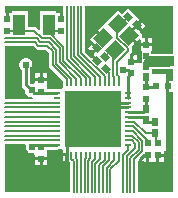
<source format=gtl>
%FSLAX24Y24*%
%MOIN*%
G70*
G01*
G75*
G04 Layer_Physical_Order=1*
G04 Layer_Color=255*
%ADD10R,0.0197X0.0236*%
%ADD11R,0.0394X0.0709*%
%ADD12R,0.0197X0.0256*%
%ADD13R,0.0236X0.0197*%
%ADD14R,0.0400X0.0370*%
G04:AMPARAMS|DCode=15|XSize=47.2mil|YSize=43.3mil|CornerRadius=0mil|HoleSize=0mil|Usage=FLASHONLY|Rotation=225.000|XOffset=0mil|YOffset=0mil|HoleType=Round|Shape=Rectangle|*
%AMROTATEDRECTD15*
4,1,4,0.0014,0.0320,0.0320,0.0014,-0.0014,-0.0320,-0.0320,-0.0014,0.0014,0.0320,0.0*
%
%ADD15ROTATEDRECTD15*%

%ADD16O,0.0256X0.0079*%
%ADD17O,0.0079X0.0256*%
%ADD18R,0.1850X0.1850*%
G04:AMPARAMS|DCode=19|XSize=19.7mil|YSize=23.6mil|CornerRadius=0mil|HoleSize=0mil|Usage=FLASHONLY|Rotation=225.000|XOffset=0mil|YOffset=0mil|HoleType=Round|Shape=Rectangle|*
%AMROTATEDRECTD19*
4,1,4,-0.0014,0.0153,0.0153,-0.0014,0.0014,-0.0153,-0.0153,0.0014,-0.0014,0.0153,0.0*
%
%ADD19ROTATEDRECTD19*%

%ADD20C,0.0060*%
%ADD21C,0.0370*%
%ADD22C,0.0080*%
%ADD23C,0.0090*%
%ADD24C,0.0240*%
%ADD25C,0.0260*%
G36*
X2670Y2169D02*
X2517D01*
X2510Y2170D01*
X1948D01*
Y2269D01*
X1988D01*
Y2437D01*
X1592D01*
Y2269D01*
X1632D01*
Y1982D01*
X1631Y1979D01*
X1626Y1952D01*
X1625Y1924D01*
X1626Y1897D01*
X1626Y1897D01*
D01*
X1597Y1860D01*
X1488D01*
Y1867D01*
X1290D01*
Y1967D01*
X1488D01*
Y2135D01*
X1275D01*
X1256Y2181D01*
X1262Y2188D01*
X1276Y2203D01*
X1286Y2221D01*
X1294Y2240D01*
X1294Y2240D01*
X1294Y2240D01*
Y2240D01*
X1299Y2260D01*
X1300Y2280D01*
Y2360D01*
X1299Y2380D01*
X1295Y2396D01*
X1294Y2400D01*
X1292Y2405D01*
X1410Y2523D01*
X1186Y2746D01*
X1257Y2817D01*
X1481Y2593D01*
X1545Y2658D01*
X1592Y2639D01*
Y2537D01*
X1740D01*
Y2705D01*
X1658D01*
X1639Y2751D01*
X1683Y2796D01*
X1558Y2921D01*
X1578Y2941D01*
X1424Y3095D01*
X1459Y3131D01*
X1424Y3166D01*
X1564Y3306D01*
X1445Y3425D01*
X1167Y3704D01*
X971Y3508D01*
X846Y3633D01*
X372Y3160D01*
Y3160D01*
X170Y2957D01*
X394Y2734D01*
X323Y2663D01*
X99Y2887D01*
X-103Y2684D01*
X22Y2559D01*
X12Y2549D01*
X166Y2395D01*
X131Y2359D01*
X166Y2324D01*
X26Y2184D01*
X56Y2153D01*
X32Y2129D01*
X186Y1975D01*
X115Y1904D01*
X-39Y2058D01*
X-47Y2050D01*
X-250Y2252D01*
Y3770D01*
X2670D01*
Y2169D01*
D02*
G37*
G36*
Y1288D02*
X2547D01*
Y1090D01*
Y892D01*
X2670D01*
Y-2430D01*
X1500D01*
Y-1396D01*
X1595Y-1301D01*
X1642Y-1321D01*
Y-1415D01*
X1790D01*
Y-1197D01*
X1890D01*
Y-1415D01*
X2120D01*
Y-1197D01*
X2170D01*
Y-1147D01*
X2368D01*
Y-1070D01*
X2430D01*
Y892D01*
X2447D01*
Y1090D01*
Y1288D01*
X2430D01*
Y1500D01*
X1990D01*
Y1679D01*
X2510D01*
X2517Y1679D01*
X2670D01*
Y1288D01*
D02*
G37*
G36*
X-1902Y2358D02*
X-1887Y2344D01*
X-1869Y2334D01*
X-1850Y2326D01*
X-1830Y2321D01*
X-1810Y2320D01*
X-1574D01*
X-1470Y2216D01*
Y1800D01*
X-1469Y1780D01*
X-1464Y1760D01*
X-1459Y1749D01*
X-1456Y1741D01*
X-1445Y1724D01*
X-1432Y1708D01*
X-1006Y1282D01*
X-1006Y1280D01*
Y1102D01*
X-1004Y1080D01*
X-999Y1059D01*
X-999Y1059D01*
X-999Y1059D01*
X-998Y1025D01*
X-1025D01*
Y998D01*
X-1059Y999D01*
X-1059Y999D01*
X-1059Y999D01*
X-1080Y1004D01*
X-1102Y1006D01*
X-1152D01*
X-1168Y1010D01*
X-1191Y1012D01*
X-1522D01*
Y1097D01*
Y1265D01*
X-1918D01*
Y1236D01*
X-1952Y1168D01*
X-1959Y1163D01*
X-1982Y1171D01*
X-2011Y1177D01*
X-2040Y1179D01*
X-2048Y1178D01*
X-2084Y1212D01*
Y1653D01*
X-2074Y1662D01*
X-2055Y1684D01*
X-2039Y1708D01*
X-2026Y1734D01*
X-2017Y1761D01*
X-2011Y1789D01*
X-2009Y1818D01*
X-2011Y1847D01*
X-2017Y1875D01*
X-2026Y1902D01*
X-2039Y1928D01*
X-2055Y1952D01*
X-2074Y1974D01*
X-2095Y1993D01*
X-2119Y2009D01*
X-2145Y2022D01*
X-2172Y2031D01*
X-2201Y2037D01*
X-2230Y2039D01*
X-2258Y2037D01*
X-2287Y2031D01*
X-2314Y2022D01*
X-2340Y2009D01*
X-2364Y1993D01*
X-2385Y1974D01*
X-2404Y1952D01*
X-2420Y1928D01*
X-2433Y1902D01*
X-2442Y1875D01*
X-2448Y1847D01*
X-2450Y1818D01*
X-2448Y1789D01*
X-2442Y1761D01*
X-2433Y1734D01*
X-2420Y1708D01*
X-2404Y1684D01*
X-2385Y1662D01*
X-2375Y1653D01*
Y1148D01*
X-2373Y1125D01*
X-2368Y1103D01*
X-2359Y1082D01*
X-2347Y1063D01*
X-2332Y1045D01*
X-2259Y972D01*
X-2260Y958D01*
X-2258Y929D01*
X-2252Y901D01*
X-2243Y874D01*
X-2230Y848D01*
X-2214Y824D01*
X-2195Y802D01*
X-2174Y783D01*
X-2150Y767D01*
X-2124Y754D01*
X-2097Y745D01*
X-2068Y740D01*
X-2040Y738D01*
X-2035Y738D01*
X-2002Y700D01*
X-2006Y680D01*
X-2910D01*
Y2440D01*
X-1984D01*
X-1902Y2358D01*
D02*
G37*
G36*
X-2226Y-878D02*
X-2229Y-891D01*
X-2230Y-920D01*
X-2229Y-949D01*
X-2223Y-977D01*
X-2214Y-1004D01*
X-2201Y-1030D01*
X-2185Y-1054D01*
X-2166Y-1076D01*
X-2144Y-1095D01*
X-2120Y-1111D01*
X-2094Y-1124D01*
X-2067Y-1133D01*
X-2039Y-1139D01*
X-2010Y-1140D01*
X-1981Y-1139D01*
X-1957Y-1134D01*
X-1951Y-1139D01*
X-1918Y-1235D01*
Y-1267D01*
X-1522D01*
Y-1141D01*
Y-1012D01*
X-1181D01*
X-1158Y-1010D01*
X-1142Y-1006D01*
X-1102D01*
X-1080Y-1004D01*
X-1059Y-999D01*
X-1059Y-999D01*
X-1059Y-999D01*
X-1025Y-998D01*
Y-1025D01*
X-998D01*
D01*
X-999Y-1059D01*
X-999Y-1059D01*
X-999Y-1059D01*
X-1004Y-1080D01*
X-1006Y-1102D01*
Y-1141D01*
X-866D01*
Y-1191D01*
X-848D01*
Y-1280D01*
X-847Y-1301D01*
X-842Y-1323D01*
X-838Y-1332D01*
X-837Y-1338D01*
X-833Y-1358D01*
X-825Y-1376D01*
X-816Y-1391D01*
Y-1410D01*
X-805Y-1405D01*
X-801Y-1409D01*
X-760Y-1450D01*
Y-2430D01*
X-2910D01*
Y-839D01*
X-2258D01*
X-2226Y-878D01*
D02*
G37*
G36*
X-990Y3555D02*
X-1000D01*
Y3337D01*
X-1100D01*
Y3555D01*
X-1161D01*
Y3594D01*
X-1755D01*
Y2994D01*
X-1801Y2975D01*
X-1861Y3035D01*
X-1876Y3049D01*
X-1894Y3059D01*
X-1902Y3063D01*
X-1913Y3067D01*
X-1933Y3072D01*
X-1953Y3074D01*
X-2145D01*
Y3594D01*
X-2739D01*
Y3555D01*
X-2800D01*
Y3337D01*
X-2900D01*
Y3555D01*
X-2910D01*
Y3770D01*
X-990D01*
Y3555D01*
D02*
G37*
%LPC*%
G36*
X-1770Y-1367D02*
X-1918D01*
Y-1535D01*
X-1770D01*
Y-1367D01*
D02*
G37*
G36*
X2368Y-1247D02*
X2220D01*
Y-1415D01*
X2368D01*
Y-1247D01*
D02*
G37*
G36*
X-1522Y-1367D02*
X-1670D01*
Y-1535D01*
X-1522D01*
Y-1367D01*
D02*
G37*
G36*
X-916Y-1241D02*
X-1006D01*
Y-1280D01*
X-1004Y-1301D01*
X-999Y-1323D01*
X-991Y-1343D01*
X-979Y-1362D01*
X-965Y-1378D01*
X-948Y-1393D01*
X-930Y-1404D01*
X-916Y-1410D01*
Y-1241D01*
D02*
G37*
G36*
X1988Y2705D02*
X1840D01*
Y2537D01*
X1988D01*
Y2705D01*
D02*
G37*
G36*
X1635Y3236D02*
X1530Y3131D01*
X1649Y3012D01*
X1754Y3117D01*
X1635Y3236D01*
D02*
G37*
G36*
X-59Y2478D02*
X-164Y2373D01*
X-45Y2254D01*
X60Y2359D01*
X-59Y2478D01*
D02*
G37*
G36*
X-1770Y1533D02*
X-1918D01*
Y1365D01*
X-1770D01*
Y1533D01*
D02*
G37*
G36*
X-1522D02*
X-1670D01*
Y1365D01*
X-1522D01*
Y1533D01*
D02*
G37*
%LPD*%
D10*
X-1050Y2943D02*
D03*
Y3337D02*
D03*
X-2850Y2943D02*
D03*
Y3337D02*
D03*
X1790Y2487D02*
D03*
Y2093D02*
D03*
Y1067D02*
D03*
Y673D02*
D03*
X2170Y-1197D02*
D03*
Y-803D02*
D03*
X1840D02*
D03*
Y-1197D02*
D03*
X-1720Y-923D02*
D03*
Y-1317D02*
D03*
X1290Y1523D02*
D03*
Y1917D02*
D03*
X-1720Y921D02*
D03*
Y1315D02*
D03*
D11*
X-1458Y3140D02*
D03*
X-2442D02*
D03*
D12*
X1790Y1767D02*
D03*
Y1393D02*
D03*
X2070Y-103D02*
D03*
Y-477D02*
D03*
X1790Y347D02*
D03*
Y-27D02*
D03*
D13*
X2497Y1090D02*
D03*
X2103D02*
D03*
D14*
X2510Y1924D02*
D03*
D15*
X1221Y2782D02*
D03*
X832Y3171D02*
D03*
X748Y2308D02*
D03*
X358Y2698D02*
D03*
D16*
X-1191Y866D02*
D03*
Y709D02*
D03*
Y551D02*
D03*
Y394D02*
D03*
Y236D02*
D03*
Y79D02*
D03*
Y-79D02*
D03*
Y-236D02*
D03*
Y-394D02*
D03*
Y-551D02*
D03*
Y-709D02*
D03*
Y-866D02*
D03*
X1191D02*
D03*
Y-709D02*
D03*
Y-551D02*
D03*
Y-394D02*
D03*
Y-236D02*
D03*
Y-79D02*
D03*
Y79D02*
D03*
Y236D02*
D03*
Y394D02*
D03*
Y551D02*
D03*
Y709D02*
D03*
Y866D02*
D03*
D17*
X-866Y-1191D02*
D03*
X-709D02*
D03*
X-551D02*
D03*
X-394D02*
D03*
X-236D02*
D03*
X-79D02*
D03*
X79D02*
D03*
X236D02*
D03*
X394D02*
D03*
X551D02*
D03*
X709D02*
D03*
X866D02*
D03*
Y1191D02*
D03*
X709D02*
D03*
X551D02*
D03*
X394D02*
D03*
X236D02*
D03*
X79D02*
D03*
X-79D02*
D03*
X-236D02*
D03*
X-394D02*
D03*
X-551D02*
D03*
X-709D02*
D03*
X-866D02*
D03*
D18*
X0Y0D02*
D03*
D19*
X429Y1661D02*
D03*
X151Y1939D02*
D03*
X409Y2081D02*
D03*
X131Y2359D02*
D03*
X1181Y3409D02*
D03*
X1459Y3131D02*
D03*
D20*
X-860Y1999D02*
Y3779D01*
X-740Y2049D02*
Y3779D01*
X-620Y2099D02*
Y3779D01*
X-500Y2148D02*
Y3779D01*
X-380Y2198D02*
Y3779D01*
X-1520Y2450D02*
X-1340Y2270D01*
Y1800D02*
Y2270D01*
X-1470Y2570D02*
X-1220Y2320D01*
Y1850D02*
Y2320D01*
X-1100Y1900D02*
Y2370D01*
X-1420Y2690D02*
X-1100Y2370D01*
X-980Y1949D02*
Y2420D01*
X-1465Y2905D02*
X-980Y2420D01*
X-1261Y2943D02*
X-1050D01*
X-1700Y2690D02*
X-1420D01*
X-1953Y2943D02*
X-1700Y2690D01*
X-2850Y2943D02*
X-1953D01*
X-1870Y2690D02*
X-1750Y2570D01*
X-2920Y2690D02*
X-1870D01*
X-1750Y2570D02*
X-1470D01*
X-1930D02*
X-1810Y2450D01*
X-2920Y2570D02*
X-1930D01*
X-1810Y2450D02*
X-1520D01*
X-2918Y-709D02*
X-1181D01*
X-2918Y-551D02*
X-1181D01*
X-2918Y-394D02*
X-1181D01*
X-2918Y-236D02*
X-1181D01*
X-2918Y-79D02*
X-1181D01*
X-2918Y79D02*
X-1181D01*
X-2918Y236D02*
X-1181D01*
X-2918Y394D02*
X-1181D01*
X1181Y-1022D02*
Y-866D01*
X1010Y-2440D02*
Y-1193D01*
X1181Y-1022D01*
X1130Y-2440D02*
Y-1243D01*
X1250Y-2440D02*
Y-1293D01*
X1370Y-2440D02*
Y-1342D01*
X-709Y1181D02*
Y1339D01*
X-551Y1181D02*
Y1351D01*
X-394Y1181D02*
Y1363D01*
X-236Y1181D02*
Y1375D01*
X-79Y1181D02*
Y1388D01*
X79Y1181D02*
Y1400D01*
X236Y1181D02*
Y1412D01*
X394Y1181D02*
Y1424D01*
X-866Y1181D02*
Y1326D01*
X-1340Y1800D02*
X-866Y1326D01*
X-1220Y1850D02*
X-709Y1339D01*
X-1100Y1900D02*
X-551Y1351D01*
X-980Y1949D02*
X-394Y1363D01*
X-860Y1999D02*
X-236Y1375D01*
X-740Y2049D02*
X-79Y1388D01*
X-620Y2099D02*
X79Y1400D01*
X-500Y2148D02*
X236Y1412D01*
X-380Y2198D02*
X394Y1424D01*
X810Y2720D02*
X1170Y2360D01*
X810Y2720D02*
Y3038D01*
X1181Y3409D01*
X409Y2081D02*
X618Y2290D01*
X1170Y2280D02*
Y2360D01*
X618Y2290D02*
X709D01*
X709Y1191D02*
Y1411D01*
X709Y1181D02*
Y1191D01*
Y2269D02*
Y2290D01*
Y2269D02*
X748Y2308D01*
X681Y2241D02*
X709Y2269D01*
X681Y1439D02*
X709Y1411D01*
X681Y1439D02*
Y2241D01*
X866Y1191D02*
Y1424D01*
X801Y1489D02*
X866Y1424D01*
X801Y1489D02*
Y1911D01*
X1170Y2280D01*
X1181Y-709D02*
X1305D01*
X1409Y-964D02*
Y-813D01*
X1130Y-1243D02*
X1409Y-964D01*
X1305Y-709D02*
X1409Y-813D01*
X1181Y-551D02*
X1317D01*
X1250Y-1293D02*
X1529Y-1014D01*
Y-763D01*
X1317Y-551D02*
X1529Y-763D01*
X1181Y-394D02*
X1329D01*
X1370Y-1342D02*
X1649Y-1064D01*
Y-713D01*
X1329Y-394D02*
X1649Y-713D01*
X1181Y-236D02*
X1342D01*
X1840Y-735D01*
Y-803D02*
Y-735D01*
X-2918Y550D02*
X-1220D01*
X-394Y-1191D02*
Y-1181D01*
X-79Y-1191D02*
Y-1181D01*
X79Y-1321D02*
Y-1191D01*
X79D02*
Y-1181D01*
X236Y-1333D02*
Y-1191D01*
X236D02*
Y-1181D01*
X394Y-1346D02*
Y-1191D01*
X394D02*
Y-1181D01*
X220Y-1519D02*
X394Y-1346D01*
X220Y-2440D02*
Y-1519D01*
X551Y-1358D02*
Y-1191D01*
X340Y-2440D02*
Y-1569D01*
X551Y-1191D02*
Y-1181D01*
X340Y-1569D02*
X551Y-1358D01*
X709Y-1371D02*
Y-1191D01*
X460Y-2440D02*
Y-1619D01*
X709Y-1191D02*
Y-1181D01*
X460Y-1619D02*
X709Y-1371D01*
X866Y-1383D02*
Y-1191D01*
X866D02*
Y-1181D01*
X580Y-2440D02*
Y-1669D01*
X866Y-1383D01*
X-79Y-1308D02*
Y-1191D01*
X91Y-2440D02*
Y-1478D01*
X236Y-1333D01*
X-29Y-2440D02*
Y-1428D01*
X79Y-1321D01*
X-150Y-2440D02*
Y-1379D01*
X-79Y-1308D01*
X-270Y-1329D02*
X-236Y-1296D01*
X-270Y-2440D02*
Y-1329D01*
X-236Y-1296D02*
Y-1191D01*
X-394Y-1278D02*
Y-1191D01*
Y-1278D02*
X-390Y-1282D01*
Y-2440D02*
Y-1282D01*
X-551Y-1305D02*
Y-1191D01*
Y-1305D02*
X-510Y-1347D01*
Y-2440D02*
Y-1347D01*
X-709Y-1317D02*
Y-1191D01*
Y-1317D02*
X-630Y-1396D01*
Y-2440D02*
Y-1396D01*
X-709Y-1191D02*
Y-1181D01*
D21*
X1870Y1924D02*
X2510D01*
D22*
X1766Y-477D02*
X2070D01*
X2120Y-803D02*
Y-527D01*
X2070Y-477D02*
X2120Y-527D01*
X1368Y-79D02*
X1766Y-477D01*
X1181Y-79D02*
X1368D01*
X429Y1661D02*
X551Y1539D01*
Y1181D02*
Y1539D01*
D23*
X1790Y2487D02*
Y2840D01*
X1866Y-103D02*
X2070D01*
X1679Y236D02*
X1790Y347D01*
X1684Y79D02*
X1866Y-103D01*
X1790Y347D02*
Y683D01*
X1181Y236D02*
X1679D01*
X1181Y79D02*
X1684D01*
X1793Y1070D02*
X2133D01*
X1790Y1067D02*
Y1393D01*
X-866Y-866D02*
X0Y0D01*
X-866Y-1181D02*
Y-866D01*
X551Y551D02*
X1181D01*
X394Y394D02*
X1181D01*
X1181Y1414D02*
X1290Y1523D01*
X1181Y709D02*
Y1414D01*
X-1996Y-866D02*
X-1181D01*
X1221Y2782D02*
Y2893D01*
X1459Y3131D01*
X1020Y1650D02*
X1163D01*
X1290Y1523D01*
X1221Y2782D02*
X1410Y2593D01*
X1706Y-1197D02*
X1840D01*
X1590Y-1313D02*
X1706Y-1197D01*
X1590Y-1420D02*
Y-1313D01*
X-2040Y958D02*
X-1948Y866D01*
X-1191D01*
X-2230Y1148D02*
X-2040Y958D01*
X-2230Y1148D02*
Y1818D01*
X-866Y-1438D02*
Y-1191D01*
X-890Y-1462D02*
X-866Y-1438D01*
X1290Y1917D02*
Y2150D01*
X1410Y2250D02*
X1420D01*
X1390D02*
X1410D01*
X1290Y2150D02*
X1390Y2250D01*
X1410D02*
Y2593D01*
D24*
X-2790Y-2310D02*
D03*
X-2790Y-960D02*
D03*
X-1110Y3650D02*
D03*
X-2790D02*
D03*
X2550D02*
D03*
X-130D02*
D03*
X-1950Y3190D02*
D03*
X2550Y-1480D02*
D03*
X1620Y-1480D02*
D03*
X2550Y1550D02*
D03*
Y2290D02*
D03*
Y700D02*
D03*
X1730Y2880D02*
D03*
X-2790Y2320D02*
D03*
X2070Y3400D02*
D03*
X-2020Y-1320D02*
D03*
X1410Y2250D02*
D03*
X-1120Y-1200D02*
D03*
X1020Y1650D02*
D03*
X-70Y2190D02*
D03*
X-2010Y-920D02*
D03*
X-1590Y2130D02*
D03*
X40Y2980D02*
D03*
X-1230Y1208D02*
D03*
X-2040Y958D02*
D03*
X-2230Y1818D02*
D03*
X-1990Y1638D02*
D03*
X-2790Y808D02*
D03*
X-880Y-2310D02*
D03*
X1620D02*
D03*
X2550D02*
D03*
D25*
X-709Y709D02*
D03*
X-236D02*
D03*
X236D02*
D03*
X709D02*
D03*
X-709Y236D02*
D03*
X-236D02*
D03*
X236D02*
D03*
X709D02*
D03*
X-709Y-236D02*
D03*
X-236D02*
D03*
X236D02*
D03*
X709D02*
D03*
X-709Y-709D02*
D03*
X-236D02*
D03*
X236D02*
D03*
X709D02*
D03*
M02*

</source>
